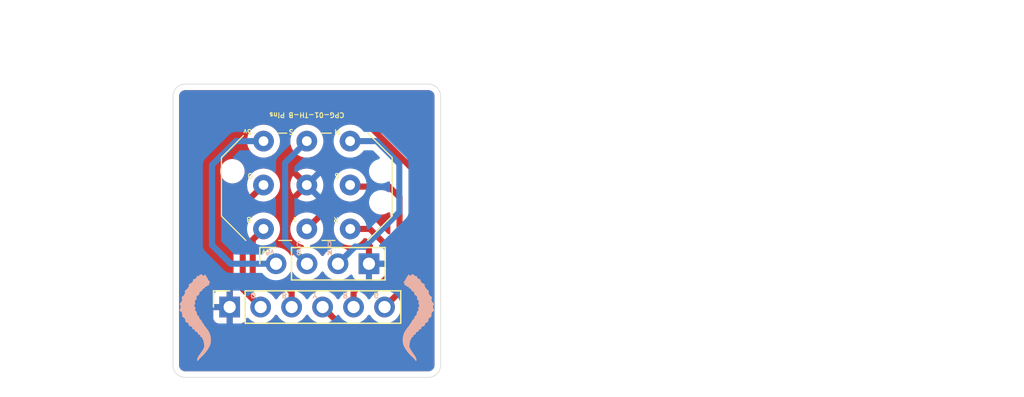
<source format=kicad_pcb>
(kicad_pcb (version 20240108) (generator "pcbnew") (generator_version "8.0")
  (layers (0 "F.Cu" signal) (31 "B.Cu" signal) (34 "B.Paste" user) (35 "F.Paste" user) (36 "B.SilkS" user "B.Silkscreen") (37 "F.SilkS" user "F.Silkscreen") (38 "B.Mask" user) (39 "F.Mask" user) (44 "Edge.Cuts" user))
  (net 0 "")
  (net 1 "Ylw")
  (net 2 "Red")
  (net 3 "GND")
  (net 4 "Ong")
  (net 5 "Grn")
  (net 6 "Blu")
  (net 7 "5V")
  (net 8 "MOSI_DI")
  (net 9 "SCK_CI")
  (footprint "CustomFootprints:SAMESKY_CPG-01-TH-B" (layer "F.Cu") (at 214.295 73.645)
    (property "Reference" "TP4" (hide yes))
    (property "Value" "TestPoint" (hide yes))
    (pad "1" thru_hole circle (at 0 0) (size 1.7 1.7) (drill 0.8) (layers "*.Cu" "*.Mask") (net 2 "Red"))
  )
  (footprint "CustomFootprints:SAMESKY_CPG-01-TH-B" (layer "F.Cu") (at 207.185 70.045)
    (property "Reference" "TP3" (hide yes))
    (property "Value" "TestPoint" (hide yes))
    (pad "1" thru_hole circle (at 0 0) (size 1.7 1.7) (drill 0.8) (layers "*.Cu" "*.Mask") (net 4 "Ong"))
  )
  (footprint "CustomFootprints:MountingHole_1.0mm" (layer "F.Cu") (at 216.835 71.465)
    (property "Reference" "" (hide yes))
    (property "Value" "MountingHole_1.0mm" (hide yes))
    (pad "" np_thru_hole circle (at 0 0) (size 1 1) (drill 1) (layers "F&B.Cu" "*.Mask"))
  )
  (footprint "Connector_PinSocket_2.54mm:PinSocket_1x04_P2.54mm_Vertical" (layer "F.Cu") (at 208.21 76.5 90)
    (property "Reference" "J2" (hide yes))
    (property "Value" "Conn_01x04_Socket" (hide yes))
    (fp_line (start 1.33 -1.33) (end 1.33 0) (stroke (width 0.12)) (layer "F.SilkS"))
    (fp_line (start 0 -1.33) (end 1.33 -1.33) (stroke (width 0.12)) (layer "F.SilkS"))
    (fp_line (start 1.33 1.27) (end 1.33 8.95) (stroke (width 0.12)) (layer "F.SilkS"))
    (fp_line (start -1.33 1.27) (end 1.33 1.27) (stroke (width 0.12)) (layer "F.SilkS"))
    (fp_line (start -1.33 1.27) (end -1.33 8.95) (stroke (width 0.12)) (layer "F.SilkS"))
    (fp_line (start -1.33 8.95) (end 1.33 8.95) (stroke (width 0.12)) (layer "F.SilkS"))
    (pad "1" thru_hole circle (at 0 0 90) (size 1.7 1.7) (drill 1) (layers "*.Cu" "*.Mask") (net 7 "5V"))
    (pad "2" thru_hole oval (at 0 2.54 90) (size 1.7 1.7) (drill 1) (layers "*.Cu" "*.Mask") (net 9 "SCK_CI"))
    (pad "3" thru_hole oval (at 0 5.08 90) (size 1.7 1.7) (drill 1) (layers "*.Cu" "*.Mask") (net 8 "MOSI_DI"))
    (pad "4" thru_hole rect (at 0 7.62 90) (size 1.7 1.7) (drill 1) (layers "*.Cu" "*.Mask") (net 3 "GND"))
  )
  (footprint "CustomFootprints:SAMESKY_CPG-01-TH-B" (layer "F.Cu") (at 210.735 70.045)
    (property "Reference" "TP2" (hide yes))
    (property "Value" "TestPoint_Alt" (hide yes))
    (pad "1" thru_hole circle (at 0 0) (size 1.7 1.7) (drill 0.8) (layers "*.Cu" "*.Mask") (net 3 "GND"))
  )
  (footprint "CustomFootprints:SAMESKY_CPG-01-TH-B" (layer "F.Cu") (at 210.735 66.445)
    (property "Reference" "TP8" (hide yes))
    (property "Value" "TestPoint" (hide yes))
    (pad "1" thru_hole circle (at 0 0) (size 1.7 1.7) (drill 0.8) (layers "*.Cu" "*.Mask") (net 9 "SCK_CI"))
  )
  (footprint "Connector_PinSocket_2.54mm:PinSocket_1x06_P2.54mm_Vertical" (layer "F.Cu") (at 204.41 80.05 90)
    (property "Reference" "J1" (hide yes))
    (property "Value" "Conn_01x06_Socket" (hide yes))
    (fp_line (start 1.33 -1.33) (end 1.33 0) (stroke (width 0.12)) (layer "F.SilkS"))
    (fp_line (start 0 -1.33) (end 1.33 -1.33) (stroke (width 0.12)) (layer "F.SilkS"))
    (fp_line (start 1.33 1.27) (end 1.33 14.03) (stroke (width 0.12)) (layer "F.SilkS"))
    (fp_line (start -1.33 1.27) (end 1.33 1.27) (stroke (width 0.12)) (layer "F.SilkS"))
    (fp_line (start -1.33 1.27) (end -1.33 14.03) (stroke (width 0.12)) (layer "F.SilkS"))
    (fp_line (start -1.33 14.03) (end 1.33 14.03) (stroke (width 0.12)) (layer "F.SilkS"))
    (pad "1" thru_hole rect (at 0 0 90) (size 1.7 1.7) (drill 1) (layers "*.Cu" "*.Mask") (net 3 "GND"))
    (pad "2" thru_hole oval (at 0 2.54 90) (size 1.7 1.7) (drill 1) (layers "*.Cu" "*.Mask") (net 4 "Ong"))
    (pad "3" thru_hole oval (at 0 5.08 90) (size 1.7 1.7) (drill 1) (layers "*.Cu" "*.Mask") (net 6 "Blu"))
    (pad "4" thru_hole oval (at 0 7.62 90) (size 1.7 1.7) (drill 1) (layers "*.Cu" "*.Mask") (net 1 "Ylw"))
    (pad "5" thru_hole oval (at 0 10.16 90) (size 1.7 1.7) (drill 1) (layers "*.Cu" "*.Mask") (net 2 "Red"))
    (pad "6" thru_hole oval (at 0 12.7 90) (size 1.7 1.7) (drill 1) (layers "*.Cu" "*.Mask") (net 5 "Grn"))
  )
  (footprint "CustomFootprints:SAMESKY_CPG-01-TH-B" (layer "F.Cu") (at 214.285 70.045)
    (property "Reference" "TP1" (hide yes))
    (property "Value" "TestPoint" (hide yes))
    (pad "1" thru_hole circle (at 0 0) (size 1.7 1.7) (drill 0.8) (layers "*.Cu" "*.Mask") (net 5 "Grn"))
  )
  (footprint "CustomFootprints:SAMESKY_CPG-01-TH-B" (layer "F.Cu") (at 207.185 66.445)
    (property "Reference" "TP7" (hide yes))
    (property "Value" "TestPoint" (hide yes))
    (pad "1" thru_hole circle (at 0 0) (size 1.7 1.7) (drill 0.8) (layers "*.Cu" "*.Mask") (net 7 "5V"))
  )
  (footprint "CustomFootprints:SAMESKY_CPG-01-TH-B" (layer "F.Cu") (at 214.285 66.445)
    (property "Reference" "TP9" (hide yes))
    (property "Value" "TestPoint" (hide yes))
    (pad "1" thru_hole circle (at 0 0) (size 1.7 1.7) (drill 0.8) (layers "*.Cu" "*.Mask") (net 8 "MOSI_DI"))
  )
  (footprint "CustomFootprints:SAMESKY_CPG-01-TH-B" (layer "F.Cu") (at 207.185 73.645)
    (property "Reference" "TP6" (hide yes))
    (property "Value" "TestPoint" (hide yes))
    (pad "1" thru_hole circle (at 0 0) (size 1.7 1.7) (drill 0.8) (layers "*.Cu" "*.Mask") (net 6 "Blu"))
  )
  (footprint "CustomFootprints:MountingHole_1.0mm" (layer "F.Cu") (at 204.635 68.915)
    (property "Reference" "" (hide yes))
    (property "Value" "MountingHole_1.0mm" (hide yes))
    (pad "" np_thru_hole circle (at 0 0) (size 1 1) (drill 1) (layers "F&B.Cu" "*.Mask"))
  )
  (footprint "CustomFootprints:MountingHole_1.0mm" (layer "F.Cu") (at 216.835 68.915)
    (property "Reference" "" (hide yes))
    (property "Value" "MountingHole_1.0mm" (hide yes))
    (pad "" np_thru_hole circle (at 0 0) (size 1 1) (drill 1) (layers "F&B.Cu" "*.Mask"))
  )
  (footprint "CustomFootprints:SAMESKY_CPG-01-TH-B" (layer "F.Cu") (at 210.735 73.645)
    (property "Reference" "TP5" (hide yes))
    (property "Value" "TestPoint" (hide yes))
    (pad "1" thru_hole circle (at 0 0) (size 1.7 1.7) (drill 0.8) (layers "*.Cu" "*.Mask") (net 1 "Ylw"))
  )
  (footprint "LOGO" (layer "B.Cu") (at 201.61583 80.897396)
    (property "Reference" "G***" (hide yes))
    (property "Value" "LOGO" (hide yes))
    (fp_poly (pts (xy 0.17585 3.570017) (xy 0.19195 3.557491) (xy 0.213822 3.534837) (xy 0.242828 3.500602) (xy 0.28033 3.45333) (xy 0.296195 3.43281) (xy 0.321791 3.402413) (xy 0.357533 3.3639) (xy 0.399741 3.321043) (xy 0.444734 3.277611) (xy 0.474535 3.25013) (xy 0.622523 3.107763) (xy 0.760723 2.957151) (xy 0.887249 2.800691) (xy 1.000213 2.640777) (xy 1.097727 2.479805) (xy 1.131907 2.415808) (xy 1.175531 2.322135) (xy 1.209169 2.229159) (xy 1.233579 2.133242) (xy 1.249521 2.030746) (xy 1.257751 1.918032) (xy 1.259196 1.805169) (xy 1.258165 1.750502) (xy 1.255805 1.702882) (xy 1.251464 1.65877) (xy 1.244491 1.61463) (xy 1.234236 1.566927) (xy 1.220046 1.512124) (xy 1.201271 1.446684) (xy 1.180447 1.377517) (xy 1.159567 1.320222) (xy 1.129743 1.253544) (xy 1.093551 1.182233) (xy 1.053563 1.111042) (xy 1.012353 1.044724) (xy 0.972495 0.98803) (xy 0.962725 0.97552) (xy 0.938065 0.943964) (xy 0.915931 0.914235) (xy 0.900457 0.891914) (xy 0.898573 0.888909) (xy 0.864226 0.837833) (xy 0.820448 0.780909) (xy 0.77182 0.72396) (xy 0.750984 0.701362) (xy 0.719485 0.665858) (xy 0.699868 0.637762) (xy 0.689633 0.613275) (xy 0.687939 0.605634) (xy 0.673579 0.558093) (xy 0.650281 0.518906) (xy 0.620819 0.492498) (xy 0.615025 0.489418) (xy 0.587741 0.468617) (xy 0.566443 0.433617) (xy 0.566061 0.432757) (xy 0.550121 0.401608) (xy 0.532043 0.373031) (xy 0.525548 0.364586) (xy 0.5089 0.337226) (xy 0.498042 0.305922) (xy 0.49764 0.303792) (xy 0.482343 0.252692) (xy 0.457068 0.215081) (xy 0.428745 0.194982) (xy 0.40286 0.180256) (xy 0.377424 0.161431) (xy 0.357189 0.142545) (xy 0.346906 0.127634) (xy 0.346446 0.125061) (xy 0.341579 0.112629) (xy 0.329693 0.093283) (xy 0.328031 0.090915) (xy 0.315999 0.067277) (xy 0.304898 0.034383) (xy 0.299648 0.012013) (xy 0.290197 -0.031652) (xy 0.279034 -0.062832) (xy 0.262741 -0.087196) (xy 0.237901 -0.110413) (xy 0.215466 -0.127638) (xy 0.180429 -0.156374) (xy 0.155023 -0.185615) (xy 0.132635 -0.223238) (xy 0.128622 -0.231096) (xy 0.113123 -0.263673) (xy 0.103686 -0.29025) (xy 0.098767 -0.317768) (xy 0.096821 -0.353164) (xy 0.096485 -0.375498) (xy 0.095755 -0.414968) (xy 0.093764 -0.440513) (xy 0.089489 -0.456442) (xy 0.081904 -0.467061) (xy 0.072936 -0.474502) (xy 0.038945 -0.500452) (xy 0.016146 -0.519793) (xy 0.000765 -0.53634) (xy -0.010967 -0.553904) (xy -0.017539 -0.565968) (xy -0.031235 -0.598908) (xy -0.040788 -0.633766) (xy -0.042023 -0.641305) (xy -0.043028 -0.67044) (xy -0.034799 -0.693862) (xy -0.0235 -0.710619) (xy -0.003567 -0.747835) (xy -0.001635 -0.782345) (xy -0.017716 -0.814411) (xy -0.028184 -0.825663) (xy -0.06632 -0.867256) (xy -0.090099 -0.907188) (xy -0.101403 -0.944758) (xy -0.104584 -0.979138) (xy -0.098571 -1.009203) (xy -0.081477 -1.040137) (xy -0.05451 -1.073631) (xy -0.027633 -1.111504) (xy -0.017264 -1.144777) (xy -0.023496 -1.172559) (xy -0.042125 -1.191328) (xy -0.05477 -1.200851) (xy -0.06148 -1.211819) (xy -0.063556 -1.229377) (xy -0.062301 -1.258669) (xy -0.061625 -1.268351) (xy -0.053913 -1.315629) (xy -0.038997 -1.359117) (xy -0.01896 -1.394508) (xy 0.004117 -1.417497) (xy 0.012625 -1.421855) (xy 0.0309 -1.433312) (xy 0.05315 -1.453143) (xy 0.062104 -1.46272) (xy 0.083478 -1.494628) (xy 0.090821 -1.5283) (xy 0.084634 -1.568223) (xy 0.076527 -1.592185) (xy 0.068323 -1.61674) (xy 0.066675 -1.636174) (xy 0.071628 -1.659215) (xy 0.076954 -1.675904) (xy 0.093471 -1.710204) (xy 0.11863 -1.744839) (xy 0.148603 -1.776034) (xy 0.179562 -1.800016) (xy 0.207678 -1.81301) (xy 0.217318 -1.814286) (xy 0.24185 -1.820182) (xy 0.266403 -1.839772) (xy 0.272566 -1.846512) (xy 0.290889 -1.870631) (xy 0.300003 -1.894055) (xy 0.302076 -1.924192) (xy 0.301144 -1.94417) (xy 0.304515 -1.969799) (xy 0.315773 -2.002402) (xy 0.332527 -2.037806) (xy 0.352392 -2.071838) (xy 0.372978 -2.100326) (xy 0.391898 -2.119098) (xy 0.404238 -2.124315) (xy 0.435094 -2.129613) (xy 0.470888 -2.142856) (xy 0.502457 -2.160426) (xy 0.50958 -2.165872) (xy 0.534999 -2.198845) (xy 0.544866 -2.227651) (xy 0.555239 -2.256476) (xy 0.573292 -2.289341) (xy 0.59553 -2.321351) (xy 0.61846 -2.347606) (xy 0.638588 -2.363208) (xy 0.642749 -2.364864) (xy 0.665184 -2.368769) (xy 0.689963 -2.370299) (xy 0.721802 -2.377397) (xy 0.741296 -2.397782) (xy 0.747595 -2.428922) (xy 0.752624 -2.455479) (xy 0.763714 -2.473355) (xy 0.786605 -2.489115) (xy 0.818133 -2.505068) (xy 0.850994 -2.518036) (xy 0.877887 -2.524844) (xy 0.882943 -2.525213) (xy 0.904517 -2.530425) (xy 0.928238 -2.542943) (xy 0.947867 -2.558609) (xy 0.957162 -2.573262) (xy 0.957286 -2.574764) (xy 0.965822 -2.59374) (xy 0.989109 -2.610384) (xy 1.023665 -2.622632) (xy 1.044643 -2.626541) (xy 1.087794 -2.637171) (xy 1.114284 -2.654993) (xy 1.124022 -2.679843) (xy 1.116914 -2.711561) (xy 1.105625 -2.73213) (xy 1.097993 -2.748407) (xy 1.100203 -2.764629) (xy 1.107278 -2.77984) (xy 1.128113 -2.806447) (xy 1.155841 -2.824516) (xy 1.184379 -2.830536) (xy 1.192932 -2.829281) (xy 1.208591 -2.82897) (xy 1.212563 -2.834328) (xy 1.206452 -2.844023) (xy 1.203777 -2.844508) (xy 1.1947 -2.852106) (xy 1.17782 -2.873618) (xy 1.154371 -2.907123) (xy 1.125587 -2.950698) (xy 1.092705 -3.002423) (xy 1.056958 -3.060374) (xy 1.019581 -3.122632) (xy 0.98181 -3.187273) (xy 0.967674 -3.211948) (xy 0.939807 -3.26117) (xy 0.915302 -3.305012) (xy 0.895509 -3.341016) (xy 0.881775 -3.366723) (xy 0.875449 -3.379673) (xy 0.875182 -3.380613) (xy 0.869829 -3.390136) (xy 0.855567 -3.410169) (xy 0.835017 -3.437097) (xy 0.825039 -3.449724) (xy 0.802587 -3.478695) (xy 0.785339 -3.502556) (xy 0.775928 -3.517594) (xy 0.774946 -3.520381) (xy 0.770438 -3.52866) (xy 0.76043 -3.524859) (xy 0.750194 -3.51161) (xy 0.748179 -3.507028) (xy 0.737108 -3.488907) (xy 0.7174 -3.465298) (xy 0.702397 -3.450047) (xy 0.675975 -3.427853) (xy 0.655251 -3.418104) (xy 0.640048 -3.417529) (xy 0.606831 -3.42618) (xy 0.583274 -3.444679) (xy 0.566016 -3.47209) (xy 0.544584 -3.501833) (xy 0.518271 -3.520768) (xy 0.491124 -3.527199) (xy 0.467191 -3.519435) (xy 0.462508 -3.515405) (xy 0.450112 -3.508009) (xy 0.430953 -3.507442) (xy 0.406798 -3.511661) (xy 0.369725 -3.515011) (xy 0.340957 -3.505712) (xy 0.317174 -3.481823) (xy 0.298209 -3.448196) (xy 0.274588 -3.410646) (xy 0.246369 -3.390073) (xy 0.21143 -3.38539) (xy 0.184902 -3.390137) (xy 0.15782 -3.396622) (xy 0.136889 -3.400318) (xy 0.132395 -3.400646) (xy 0.117311 -3.392918) (xy 0.100815 -3.373795) (xy 0.08666 -3.349368) (xy 0.078599 -3.325729) (xy 0.078514 -3.31322) (xy 0.078058 -3.300521) (xy 0.069874 -3.283347) (xy 0.052277 -3.259062) (xy 0.023584 -3.225026) (xy 0.01849 -3.219224) (xy -0.010596 -3.186605) (xy -0.031245 -3.165351) (xy -0.046944 -3.153032) (xy -0.061178 -3.147216) (xy -0.077433 -3.145474) (xy -0.087407 -3.14537) (xy -0.140343 -3.139333) (xy -0.179618 -3.121249) (xy -0.205191 -3.091156) (xy -0.21702 -3.049094) (xy -0.217731 -3.022654) (xy -0.217683 -2.996689) (xy -0.221172 -2.9749) (xy -0.23011 -2.953842) (xy -0.246406 -2.930069) (xy -0.271969 -2.900137) (xy -0.30592 -2.863553) (xy -0.338731 -2.830542) (xy -0.364207 -2.809586) (xy -0.38585 -2.798074) (xy -0.398545 -2.7946) (xy -0.452135 -2.778049) (xy -0.497743 -2.751281) (xy -0.531004 -2.717036) (xy -0.536736 -2.707882) (xy -0.549804 -2.680213) (xy -0.554924 -2.653728) (xy -0.553927 -2.621141) (xy 0.528787 -2.621141) (xy 0.533345 -2.6257) (xy 0.537904 -2.621141) (xy 0.533345 -2.616583) (xy 0.528787 -2.621141) (xy -0.553927 -2.621141) (xy -0.553865 -2.619105) (xy -0.553771 -2.618016) (xy -0.552299 -2.592351) (xy -0.554112 -2.571469) (xy -0.560772 -2.550021) (xy -0.573841 -2.522661) (xy -0.590694 -2.491594) (xy -0.637954 -2.413646) (xy -0.684951 -2.351806) (xy -0.733366 -2.304052) (xy -0.767653 -2.278789) (xy -0.823338 -2.235148) (xy -0.862 -2.186872) (xy -0.883931 -2.135058) (xy -0.889619 -2.108041) (xy -0.88777 -2.088956) (xy -0.877405 -2.068721) (xy -0.876655 -2.067532) (xy -0.868962 -2.053213) (xy -0.865408 -2.03847) (xy -0.866722 -2.020514) (xy -0.873633 -1.996554) (xy -0.886867 -1.9638) (xy -0.907152 -1.919464) (xy -0.925139 -1.881705) (xy -0.945403 -1.840889) (xy -0.962629 -1.811957) (xy -0.98111 -1.790095) (xy -1.005138 -1.77049) (xy -1.039006 -1.748331) (xy -1.050361 -1.741306) (xy -1.095806 -1.706208) (xy -1.127926 -1.666397) (xy -1.145935 -1.624342) (xy -1.149047 -1.582512) (xy -1.136476 -1.543374) (xy -1.120375 -1.521452) (xy -1.092006 -1.491083) (xy -1.107604 -1.440714) (xy -1.129938 -1.372749) (xy -1.150844 -1.319279) (xy -1.172113 -1.276853) (xy -1.195538 -1.242016) (xy -1.222911 -1.211318) (xy -1.23052 -1.203942) (xy -1.269147 -1.162678) (xy -1.29194 -1.125432) (xy -1.299847 -1.089086) (xy -1.293815 -1.050524) (xy -1.28448 -1.026307) (xy -1.269065 -0.995818) (xy -1.252785 -0.969168) (xy -1.244941 -0.958831) (xy -1.235291 -0.944839) (xy -1.229583 -0.926761) (xy -1.226878 -0.899777) (xy -1.226238 -0.862599) (xy -1.226702 -0.828262) (xy -1.229095 -0.801841) (xy -1.234924 -0.777805) (xy -1.245695 -0.750622) (xy -1.262912 -0.71476) (xy -1.270727 -0.699163) (xy -1.291293 -0.656838) (xy -1.303987 -0.62638) (xy -1.310083 -0.603883) (xy -1.310855 -0.58544) (xy -1.310018 -0.578685) (xy -1.29439 -0.536549) (xy -1.264094 -0.501339) (xy -1.226238 -0.478526) (xy -1.194448 -0.462235) (xy -1.168232 -0.44303) (xy -1.151945 -0.424495) (xy -1.148744 -0.41477) (xy -1.146159 -0.400866) (xy -1.139438 -0.374913) (xy -1.130126 -0.342185) (xy -1.11977 -0.307959) (xy -1.109919 -0.277511) (xy -1.102463 -0.256954) (xy -1.098609 -0.231834) (xy -1.100968 -0.193214) (xy -1.103184 -0.177624) (xy -1.107724 -0.141201) (xy -1.107005 -0.114583) (xy -1.100565 -0.089983) (xy -1.097519 -0.08201) (xy -1.082053 -0.055912) (xy -1.058108 -0.028634) (xy -1.030428 -0.004388) (xy -1.003761 0.012612) (xy -0.984602 0.018234) (xy -0.965303 0.025597) (xy -0.940977 0.045139) (xy -0.915343 0.07304) (xy -0.892122 0.105479) (xy -0.881707 0.123909) (xy -0.856909 0.178768) (xy -0.844061 0.222527) (xy -0.84264 0.257386) (xy -0.846265 0.272791) (xy -0.851068 0.293761) (xy -0.847825 0.3138) (xy -0.835944 0.33974) (xy -0.812967 0.371737) (xy -0.780156 0.395785) (xy -0.734092 0.414092) (xy -0.711127 0.420317) (xy -0.669566 0.439178) (xy -0.630552 0.472833) (xy -0.596579 0.517843) (xy -0.570138 0.570767) (xy -0.553721 0.628167) (xy -0.551814 0.640218) (xy -0.5395 0.680362) (xy -0.51458 0.707708) (xy -0.476023 0.723279) (xy -0.466322 0.725112) (xy -0.417465 0.733547) (xy -0.382302 0.741807) (xy -0.356425 0.751903) (xy -0.335425 0.765844) (xy -0.314894 0.785642) (xy -0.301931 0.800067) (xy -0.279142 0.82687) (xy -0.266685 0.845105) (xy -0.262442 0.859531) (xy -0.264299 0.874903) (xy -0.265908 0.881065) (xy -0.267023 0.915557) (xy -0.25296 0.946337) (xy -0.226774 0.969987) (xy -0.191518 0.983092) (xy -0.173342 0.984637) (xy -0.14216 0.990392) (xy -0.109842 1.005061) (xy -0.08355 1.024756) (xy -0.072619 1.03934) (xy -0.050642 1.089492) (xy -0.038649 1.127654) (xy -0.036468 1.14496) (xy -0.032086 1.162659) (xy -0.016049 1.175813) (xy -0.003014 1.181886) (xy 0.024984 1.19) (xy 0.050508 1.191852) (xy 0.05387 1.191385) (xy 0.077322 1.19088) (xy 0.10114 1.200106) (xy 0.129343 1.221061) (xy 0.148151 1.238284) (xy 0.168864 1.260123) (xy 0.178968 1.279292) (xy 0.182166 1.304415) (xy 0.18234 1.317927) (xy 0.188294 1.358892) (xy 0.204735 1.390257) (xy 0.229537 1.409051) (xy 0.250575 1.413137) (xy 0.292032 1.42046) (xy 0.329517 1.440154) (xy 0.359285 1.468811) (xy 0.377595 1.50302) (xy 0.381461 1.532339) (xy 0.386504 1.568978) (xy 0.406308 1.59496) (xy 0.440492 1.609784) (xy 0.440542 1.609795) (xy 0.466435 1.61756) (xy 0.48556 1.626267) (xy 0.504649 1.645015) (xy 0.52423 1.675296) (xy 0.54086 1.71084) (xy 0.551093 1.745376) (xy 0.55115 1.745688) (xy 0.563703 1.780032) (xy 0.586349 1.813572) (xy 0.588029 1.815466) (xy 0.606287 1.839554) (xy 0.6196 1.868029) (xy 0.6306 1.906951) (xy 0.633621 1.920532) (xy 0.644409 1.966909) (xy 0.657863 2.019163) (xy 0.670786 2.065004) (xy 0.687003 2.135668) (xy 0.691992 2.197886) (xy 0.693395 2.236988) (xy 0.697707 2.275611) (xy 0.702229 2.298173) (xy 0.707678 2.34843) (xy 0.699447 2.408682) (xy 0.677428 2.479223) (xy 0.641509 2.560347) (xy 0.591582 2.652349) (xy 0.537829 2.739663) (xy 0.517207 2.771334) (xy 0.496115 2.802916) (xy 0.472983 2.83663) (xy 0.446243 2.874697) (xy 0.414325 2.919335) (xy 0.375659 2.972766) (xy 0.328676 3.037209) (xy 0.29402 3.084573) (xy 0.233597 3.174886) (xy 0.185563 3.263361) (xy 0.150769 3.347997) (xy 0.130065 3.426794) (xy 0.124233 3.483566) (xy 0.126357 3.528383) (xy 0.135153 3.557323) (xy 0.151202 3.571694) (xy 0.164162 3.573869)) (fill solid) (layer "B.SilkS"))
  )
  (footprint "LOGO" (layer "B.Cu") (at 219.854131 80.897432)
    (property "Reference" "G***" (hide yes))
    (property "Value" "LOGO" (hide yes))
    (fp_poly (pts (xy -0.14361 3.567403) (xy -0.130647 3.547132) (xy -0.124696 3.511748) (xy -0.124233 3.483566) (xy -0.133211 3.410791) (xy -0.156951 3.330598) (xy -0.194603 3.244988) (xy -0.245316 3.15596) (xy -0.29402 3.084573) (xy -0.347062 3.012033) (xy -0.390796 2.951908) (xy -0.426792 2.901976) (xy -0.456619 2.860018) (xy -0.481847 2.823814) (xy -0.504044 2.791144) (xy -0.52478 2.759788) (xy -0.537829 2.739663) (xy -0.599795 2.638147) (xy -0.647658 2.547761) (xy -0.681529 2.468209) (xy -0.701517 2.399198) (xy -0.707732 2.340432) (xy -0.702229 2.298173) (xy -0.696413 2.266556) (xy -0.692731 2.226864) (xy -0.691992 2.197886) (xy -0.686656 2.133496) (xy -0.670786 2.065004) (xy -0.657581 2.018112) (xy -0.644151 1.965863) (xy -0.633621 1.920532) (xy -0.622797 1.877603) (xy -0.610396 1.846817) (xy -0.593786 1.822112) (xy -0.58803 1.815466) (xy -0.56492 1.782333) (xy -0.55155 1.747729) (xy -0.55115 1.745688) (xy -0.540996 1.711192) (xy -0.524413 1.675628) (xy -0.504844 1.645265) (xy -0.485734 1.626374) (xy -0.48556 1.626267) (xy -0.464508 1.616854) (xy -0.440542 1.609795) (xy -0.406341 1.594986) (xy -0.386519 1.569016) (xy -0.381458 1.53239) (xy -0.381461 1.532339) (xy -0.375125 1.496135) (xy -0.354309 1.462733) (xy -0.322757 1.435543) (xy -0.284213 1.417974) (xy -0.250575 1.413137) (xy -0.221217 1.40483) (xy -0.198738 1.381889) (xy -0.185269 1.347283) (xy -0.18234 1.317927) (xy -0.180855 1.288057) (xy -0.173932 1.26756) (xy -0.157867 1.247811) (xy -0.148151 1.238284) (xy -0.115829 1.210035) (xy -0.0901 1.194614) (xy -0.066945 1.190023) (xy -0.05387 1.191385) (xy -0.029979 1.190835) (xy -0.001576 1.183681) (xy 0.003014 1.181886) (xy 0.026146 1.169215) (xy 0.035554 1.154283) (xy 0.036468 1.14496) (xy 0.04182 1.115267) (xy 0.057506 1.072559) (xy 0.072618 1.03934) (xy 0.090507 1.018445) (xy 0.119398 0.999871) (xy 0.152129 0.987511) (xy 0.173342 0.984637) (xy 0.211708 0.97745) (xy 0.24239 0.958164) (xy 0.262336 0.930197) (xy 0.268491 0.896967) (xy 0.265908 0.881065) (xy 0.262488 0.864318) (xy 0.264461 0.850106) (xy 0.273943 0.83367) (xy 0.29305 0.810254) (xy 0.301931 0.800067) (xy 0.32413 0.776103) (xy 0.344324 0.759123) (xy 0.366921 0.747117) (xy 0.396331 0.738074) (xy 0.436961 0.729985) (xy 0.466322 0.725112) (xy 0.507807 0.711833) (xy 0.535444 0.686989) (xy 0.550263 0.649558) (xy 0.551814 0.640218) (xy 0.565859 0.582325) (xy 0.590441 0.528199) (xy 0.623069 0.48128) (xy 0.661248 0.445007) (xy 0.702489 0.422821) (xy 0.711127 0.420317) (xy 0.763465 0.403693) (xy 0.801181 0.382212) (xy 0.827692 0.353668) (xy 0.835944 0.33974) (xy 0.848106 0.31297) (xy 0.851025 0.293042) (xy 0.846265 0.272791) (xy 0.841926 0.241706) (xy 0.84874 0.202869) (xy 0.867231 0.154083) (xy 0.881707 0.123909) (xy 0.902009 0.090601) (xy 0.926773 0.059726) (xy 0.95228 0.035105) (xy 0.974809 0.020557) (xy 0.984602 0.018234) (xy 1.006324 0.011317) (xy 1.033316 -0.006624) (xy 1.06083 -0.031377) (xy 1.08412 -0.058729) (xy 1.097519 -0.08201) (xy 1.105727 -0.107497) (xy 1.108079 -0.132715) (xy 1.105036 -0.16545) (xy 1.103184 -0.177624) (xy 1.098716 -0.220013) (xy 1.10045 -0.250139) (xy 1.102463 -0.256954) (xy 1.110414 -0.278974) (xy 1.120332 -0.309762) (xy 1.13067 -0.344042) (xy 1.139882 -0.376538) (xy 1.146419 -0.401975) (xy 1.148744 -0.41477) (xy 1.156533 -0.431041) (xy 1.176998 -0.450242) (xy 1.205782 -0.468787) (xy 1.226238 -0.478526) (xy 1.267069 -0.503887) (xy 1.296281 -0.539819) (xy 1.310018 -0.578685) (xy 1.310934 -0.596612) (xy 1.307011 -0.61711) (xy 1.296972 -0.644084) (xy 1.279546 -0.681441) (xy 1.270727 -0.699163) (xy 1.250901 -0.739361) (xy 1.238049 -0.768947) (xy 1.230664 -0.793455) (xy 1.227241 -0.818413) (xy 1.226275 -0.849355) (xy 1.226238 -0.862599) (xy 1.226994 -0.902146) (xy 1.229885 -0.928319) (xy 1.235849 -0.945937) (xy 1.244941 -0.958831) (xy 1.259519 -0.979527) (xy 1.276026 -1.00883) (xy 1.28448 -1.026307) (xy 1.298048 -1.067534) (xy 1.298218 -1.104763) (xy 1.284043 -1.141113) (xy 1.254575 -1.179701) (xy 1.23052 -1.203942) (xy 1.201891 -1.234148) (xy 1.177654 -1.267636) (xy 1.156017 -1.307858) (xy 1.135188 -1.358266) (xy 1.113375 -1.422313) (xy 1.107604 -1.440714) (xy 1.092006 -1.491083) (xy 1.120375 -1.521452) (xy 1.14311 -1.557665) (xy 1.149673 -1.598109) (xy 1.140849 -1.640314) (xy 1.117424 -1.681812) (xy 1.080185 -1.720135) (xy 1.050361 -1.741306) (xy 1.013111 -1.764975) (xy 0.986855 -1.784794) (xy 0.967303 -1.805575) (xy 0.950161 -1.83213) (xy 0.931138 -1.869273) (xy 0.925139 -1.881705) (xy 0.899698 -1.935408) (xy 0.881798 -1.97565) (xy 0.870712 -2.005221) (xy 0.865712 -2.026911) (xy 0.86607 -2.043509) (xy 0.871057 -2.057806) (xy 0.876655 -2.067532) (xy 0.887466 -2.088058) (xy 0.889712 -2.106987) (xy 0.884373 -2.133399) (xy 0.883931 -2.135058) (xy 0.860838 -2.188795) (xy 0.821548 -2.236876) (xy 0.767653 -2.278789) (xy 0.717334 -2.318187) (xy 0.669565 -2.370308) (xy 0.622667 -2.437174) (xy 0.590694 -2.491594) (xy 0.571113 -2.527934) (xy 0.559238 -2.553918) (xy 0.553508 -2.574894) (xy 0.55236 -2.59621) (xy 0.553771 -2.618016) (xy 0.554967 -2.652974) (xy 0.550029 -2.679552) (xy 0.53719 -2.707072) (xy 0.536736 -2.707882) (xy 0.507139 -2.743532) (xy 0.464133 -2.772372) (xy 0.412084 -2.791661) (xy 0.398545 -2.7946) (xy 0.377518 -2.801668) (xy 0.354777 -2.816605) (xy 0.326817 -2.842021) (xy 0.30592 -2.863553) (xy 0.269971 -2.902356) (xy 0.245074 -2.931779) (xy 0.229319 -2.955269) (xy 0.220797 -2.976269) (xy 0.217598 -2.998226) (xy 0.217731 -3.022654) (xy 0.213028 -3.070892) (xy 0.194559 -3.10718) (xy 0.162366 -3.131481) (xy 0.11649 -3.143754) (xy 0.087407 -3.14537) (xy 0.068834 -3.145988) (xy 0.054025 -3.149463) (xy 0.039495 -3.158227) (xy 0.021756 -3.174709) (xy -0.002675 -3.201342) (xy -0.01849 -3.219224) (xy -0.048903 -3.254865) (xy -0.067979 -3.28038) (xy -0.077402 -3.298407) (xy -0.078857 -3.311583) (xy -0.078514 -3.31322) (xy -0.08029 -3.332848) (xy -0.090712 -3.357402) (xy -0.106027 -3.380793) (xy -0.122479 -3.396927) (xy -0.132395 -3.400646) (xy -0.148979 -3.398392) (xy -0.174769 -3.392737) (xy -0.184902 -3.390137) (xy -0.225188 -3.385333) (xy -0.25741 -3.39573) (xy -0.283692 -3.422417) (xy -0.298209 -3.448196) (xy -0.32036 -3.48616) (xy -0.344646 -3.507868) (xy -0.374387 -3.515261) (xy -0.406798 -3.511661) (xy -0.435557 -3.507031) (xy -0.452919 -3.508919) (xy -0.462508 -3.515405) (xy -0.485111 -3.526721) (xy -0.51187 -3.523446) (xy -0.538739 -3.507274) (xy -0.561671 -3.479898) (xy -0.566016 -3.47209) (xy -0.586091 -3.441465) (xy -0.610592 -3.424546) (xy -0.640048 -3.417529) (xy -0.659635 -3.419332) (xy -0.681219 -3.431647) (xy -0.702397 -3.450047) (xy -0.724951 -3.473776) (xy -0.742226 -3.496197) (xy -0.748179 -3.507028) (xy -0.757627 -3.522269) (xy -0.768195 -3.528733) (xy -0.774609 -3.52379) (xy -0.774946 -3.520381) (xy -0.780293 -3.51014) (xy -0.79458 -3.489521) (xy -0.815174 -3.462238) (xy -0.825039 -3.449724) (xy -0.847463 -3.420962) (xy -0.864714 -3.397562) (xy -0.874167 -3.383138) (xy -0.875183 -3.380613) (xy -0.879515 -3.371116) (xy -0.891582 -3.348268) (xy -0.910035 -3.314527) (xy -0.933524 -3.272354) (xy -0.960702 -3.224208) (xy -0.967674 -3.211948) (xy -1.005273 -3.146906) (xy -1.042944 -3.083521) (xy -1.079453 -3.023715) (xy -1.113565 -2.969409) (xy -1.144044 -2.922525) (xy -1.169656 -2.884985) (xy -1.189166 -2.858711) (xy -1.201339 -2.845624) (xy -1.203777 -2.844508) (xy -1.212144 -2.837428) (xy -1.212563 -2.834328) (xy -1.205266 -2.828115) (xy -1.192932 -2.829281) (xy -1.165461 -2.828005) (xy -1.136793 -2.813521) (xy -1.113013 -2.789342) (xy -1.107278 -2.77984) (xy -1.098348 -2.758646) (xy -1.099468 -2.743413) (xy -1.105625 -2.73213) (xy -1.12215 -2.69666) (xy -1.121777 -2.667967) (xy -1.1046 -2.646213) (xy -1.07071 -2.631561) (xy -1.044643 -2.626541) (xy -1.021739 -2.621141) (xy -0.537904 -2.621141) (xy -0.533345 -2.6257) (xy -0.528787 -2.621141) (xy -0.533345 -2.616583) (xy -0.537904 -2.621141) (xy -1.021739 -2.621141) (xy -1.005655 -2.617349) (xy -0.97615 -2.602703) (xy -0.959609 -2.584666) (xy -0.957286 -2.574764) (xy -0.949662 -2.560515) (xy -0.930951 -2.544751) (xy -0.907392 -2.531631) (xy -0.885227 -2.525316) (xy -0.882943 -2.525213) (xy -0.858761 -2.520499) (xy -0.826736 -2.508809) (xy -0.794169 -2.49332) (xy -0.768363 -2.477208) (xy -0.763714 -2.473355) (xy -0.751829 -2.453288) (xy -0.747595 -2.428922) (xy -0.740723 -2.396643) (xy -0.72068 -2.376812) (xy -0.689963 -2.370299) (xy -0.663103 -2.36853) (xy -0.642749 -2.364864) (xy -0.62386 -2.352669) (xy -0.601301 -2.328605) (xy -0.578564 -2.297568) (xy -0.559145 -2.264458) (xy -0.546537 -2.234171) (xy -0.544866 -2.227651) (xy -0.528202 -2.186945) (xy -0.50958 -2.165872) (xy -0.480985 -2.147717) (xy -0.44548 -2.132832) (xy -0.412228 -2.124832) (xy -0.404238 -2.124315) (xy -0.388374 -2.116331) (xy -0.368931 -2.09529) (xy -0.348299 -2.065364) (xy -0.328863 -2.030725) (xy -0.313014 -1.995547) (xy -0.303138 -1.964001) (xy -0.301144 -1.94417) (xy -0.301787 -1.907874) (xy -0.296477 -1.882008) (xy -0.283046 -1.859164) (xy -0.272566 -1.846512) (xy -0.247316 -1.82337) (xy -0.223212 -1.814578) (xy -0.217318 -1.814286) (xy -0.191425 -1.806775) (xy -0.161149 -1.786757) (xy -0.130319 -1.758009) (xy -0.102764 -1.724303) (xy -0.082312 -1.689415) (xy -0.076954 -1.675904) (xy -0.068479 -1.647401) (xy -0.066629 -1.62714) (xy -0.071358 -1.60639) (xy -0.076527 -1.592185) (xy -0.089357 -1.547399) (xy -0.088909 -1.511131) (xy -0.074683 -1.478894) (xy -0.062104 -1.46272) (xy -0.040371 -1.441134) (xy -0.019504 -1.425355) (xy -0.012625 -1.421855) (xy 0.011028 -1.40429) (xy 0.03238 -1.372798) (xy 0.049348 -1.331685) (xy 0.059849 -1.285256) (xy 0.061625 -1.268351) (xy 0.063505 -1.235351) (xy 0.062376 -1.215362) (xy 0.056938 -1.203238) (xy 0.045887 -1.193837) (xy 0.042125 -1.191328) (xy 0.021587 -1.168961) (xy 0.01773 -1.14034) (xy 0.030463 -1.106356) (xy 0.05451 -1.073631) (xy 0.083399 -1.037357) (xy 0.099482 -1.006697) (xy 0.104644 -0.976468) (xy 0.101403 -0.944758) (xy 0.087994 -0.902511) (xy 0.062698 -0.862619) (xy 0.028184 -0.825663) (xy 0.005464 -0.79443) (xy 0.00076 -0.760852) (xy 0.014062 -0.724664) (xy 0.0235 -0.710619) (xy 0.039065 -0.685272) (xy 0.04358 -0.661002) (xy 0.042023 -0.641305) (xy 0.034244 -0.608167) (xy 0.021179 -0.573427) (xy 0.017539 -0.565968) (xy 0.006196 -0.546088) (xy -0.006622 -0.529421) (xy -0.024688 -0.512155) (xy -0.051772 -0.490477) (xy -0.072936 -0.474502) (xy -0.083847 -0.465031) (xy -0.090641 -0.453643) (xy -0.094345 -0.436028) (xy -0.095981 -0.407881) (xy -0.096485 -0.375498) (xy -0.097538 -0.333703) (xy -0.100806 -0.303191) (xy -0.107836 -0.27702) (xy -0.12017 -0.248251) (xy -0.128622 -0.231096) (xy -0.151156 -0.191247) (xy -0.175576 -0.16113) (xy -0.208494 -0.132866) (xy -0.215466 -0.127638) (xy -0.247722 -0.102115) (xy -0.269202 -0.079143) (xy -0.283324 -0.053051) (xy -0.293504 -0.018172) (xy -0.299648 0.012013) (xy -0.308409 0.046178) (xy -0.320188 0.076888) (xy -0.328031 0.090915) (xy -0.340472 0.110576) (xy -0.346372 0.124208) (xy -0.346447 0.125061) (xy -0.353585 0.138392) (xy -0.371833 0.156681) (xy -0.39644 0.175893) (xy -0.422653 0.19199) (xy -0.428745 0.194982) (xy -0.46168 0.220057) (xy -0.485444 0.259898) (xy -0.49764 0.303792) (xy -0.507792 0.334813) (xy -0.524231 0.362972) (xy -0.525548 0.364586) (xy -0.542756 0.389214) (xy -0.560294 0.420569) (xy -0.566061 0.432757) (xy -0.587273 0.468076) (xy -0.614407 0.489121) (xy -0.615025 0.489418) (xy -0.645308 0.513032) (xy -0.669932 0.550227) (xy -0.686121 0.59658) (xy -0.687939 0.605634) (xy -0.695717 0.629769) (xy -0.712081 0.656306) (xy -0.739532 0.689044) (xy -0.750984 0.701362) (xy -0.800284 0.75658) (xy -0.846665 0.814224) (xy -0.885544 0.868473) (xy -0.898573 0.888909) (xy -0.912273 0.909143) (xy -0.933436 0.937869) (xy -0.957929 0.969507) (xy -0.962725 0.97552) (xy -1.001814 1.028952) (xy -1.042921 1.093237) (xy -1.083472 1.163624) (xy -1.120893 1.235359) (xy -1.15261 1.303691) (xy -1.176049 1.363868) (xy -1.180447 1.377517) (xy -1.203794 1.455238) (xy -1.221983 1.51921) (xy -1.235665 1.572972) (xy -1.245491 1.620059) (xy -1.252113 1.664008) (xy -1.256181 1.708355) (xy -1.258347 1.756637) (xy -1.259196 1.805169) (xy -1.257241 1.930152) (xy -1.248255 2.041652) (xy -1.231481 2.143307) (xy -1.20616 2.238756) (xy -1.171534 2.331636) (xy -1.131907 2.415808) (xy -1.041084 2.576534) (xy -0.934059 2.737157) (xy -0.812719 2.895283) (xy -0.678951 3.048516) (xy -0.534642 3.19446) (xy -0.474535 3.25013) (xy -0.429733 3.291844) (xy -0.385256 3.335503) (xy -0.344784 3.377338) (xy -0.311998 3.413578) (xy -0.296195 3.43281) (xy -0.255297 3.485138) (xy -0.223386 3.523906) (xy -0.199098 3.550568) (xy -0.181074 3.566577) (xy -0.167953 3.573389) (xy -0.164162 3.573869)) (fill solid) (layer "B.SilkS"))
  )
  (gr_line (start 213.04 74.59) (end 211.98 74.59) (stroke (width 0.1)) (layer "F.SilkS"))
  (gr_line (start 205.535 65.99) (end 203.735 67.79) (stroke (width 0.1)) (layer "F.SilkS"))
  (gr_line (start 215.735 74.59) (end 217.735 72.59) (stroke (width 0.1)) (layer "F.SilkS"))
  (gr_line (start 205.735 74.59) (end 203.735 72.59) (stroke (width 0.1)) (layer "F.SilkS"))
  (gr_line (start 217.735 72.59) (end 217.735 67.79) (stroke (width 0.1)) (layer "F.SilkS"))
  (gr_line (start 209.09 65.79) (end 208.43 65.79) (stroke (width 0.1)) (layer "F.SilkS"))
  (gr_line (start 209.49 74.59) (end 208.43 74.59) (stroke (width 0.1)) (layer "F.SilkS"))
  (gr_line (start 203.735 72.59) (end 203.735 67.79) (stroke (width 0.1)) (layer "F.SilkS"))
  (gr_line (start 215.735 65.79) (end 217.735 67.79) (stroke (width 0.1)) (layer "F.SilkS"))
  (gr_line (start 212.74 65.79) (end 211.98 65.79) (stroke (width 0.1)) (layer "F.SilkS"))
  (gr_arc (start 221.71 84.815) (mid 221.417107 85.522107) (end 220.71 85.815) (stroke (width 0.05)) (layer "Edge.Cuts"))
  (gr_line (start 221.71 62.765) (end 221.71 84.815) (stroke (width 0.05)) (layer "Edge.Cuts"))
  (gr_line (start 220.71 85.815) (end 200.76 85.815) (stroke (width 0.05)) (layer "Edge.Cuts"))
  (gr_arc (start 199.76 62.765) (mid 200.052893 62.057893) (end 200.76 61.765) (stroke (width 0.05)) (layer "Edge.Cuts"))
  (gr_arc (start 200.76 85.815) (mid 200.052893 85.522107) (end 199.76 84.815) (stroke (width 0.05)) (layer "Edge.Cuts"))
  (gr_line (start 200.76 61.765) (end 220.71 61.765) (stroke (width 0.05)) (layer "Edge.Cuts"))
  (gr_line (start 199.76 84.815) (end 199.76 62.765) (stroke (width 0.05)) (layer "Edge.Cuts"))
  (gr_arc (start 220.71 61.765) (mid 221.417107 62.057893) (end 221.71 62.765) (stroke (width 0.05)) (layer "Edge.Cuts"))
  (gr_text "C       D" (at 211.33 74.64 180) (layer "B.SilkS") (effects (font (size 0.4 0.4) (thickness 0.08) (bold yes)) (justify bottom mirror)))
  (gr_text "5v      S       M" (at 207.31 75.31 180) (layer "B.SilkS") (effects (font (size 0.4 0.4) (thickness 0.08) (bold yes)) (justify left bottom mirror)))
  (gr_text "O       B       Y       R       G" (at 206.08 78.85 180) (layer "B.SilkS") (effects (font (size 0.4 0.4) (thickness 0.08) (bold yes)) (justify left bottom mirror)))
  (gr_text "M           S          5v" (at 209.49 65.68 180) (layer "F.SilkS") (effects (font (size 0.4 0.4) (thickness 0.08) (bold yes))))
  (gr_text "M       S       5v" (at 209.95 75.31 180) (layer "F.SilkS") (effects (font (size 0.4 0.4) (thickness 0.08) (bold yes)) (justify bottom)))
  (gr_text "CPG-01-TH-B Pins" (at 210.735 64.3 180) (layer "F.SilkS") (effects (font (size 0.4 0.4) (thickness 0.08) (bold yes))))
  (gr_text "G                      O" (at 209.65 69.28 180) (layer "F.SilkS") (effects (font (size 0.4 0.4) (thickness 0.08) (bold yes))))
  (gr_text "R          Y           B" (at 209.56 72.88 180) (layer "F.SilkS") (effects (font (size 0.4 0.4) (thickness 0.08) (bold yes))))
  (gr_text "G       R       Y       B       O" (at 211.37 78.85 180) (layer "F.SilkS") (effects (font (size 0.4 0.4) (thickness 0.08) (bold yes)) (justify bottom)))
  (segment (start 210.735 73.645) (end 212.5 71.88) (width 0.5) (layer "F.Cu") (net 1))
  (segment (start 213.54 64.84) (end 215.51 64.84) (width 0.5) (layer "F.Cu") (net 1))
  (segment (start 219.49 68.82) (end 219.49 80.07) (width 0.5) (layer "F.Cu") (net 1))
  (segment (start 212.5 65.88) (end 213.54 64.84) (width 0.5) (layer "F.Cu") (net 1))
  (segment (start 213.69 81.71) (end 212.03 80.05) (width 0.5) (layer "F.Cu") (net 1))
  (segment (start 219.49 80.07) (end 217.85 81.71) (width 0.5) (layer "F.Cu") (net 1))
  (segment (start 215.51 64.84) (end 219.49 68.82) (width 0.5) (layer "F.Cu") (net 1))
  (segment (start 212.5 71.88) (end 212.5 65.88) (width 0.5) (layer "F.Cu") (net 1))
  (segment (start 217.85 81.71) (end 213.69 81.71) (width 0.5) (layer "F.Cu") (net 1))
  (segment (start 214.57 80.05) (end 214.57 78.8) (width 0.5) (layer "F.Cu") (net 2))
  (segment (start 216.61 78.33) (end 217.53 77.41) (width 0.5) (layer "F.Cu") (net 2))
  (segment (start 217.53 75.27) (end 215.905 73.645) (width 0.5) (layer "F.Cu") (net 2))
  (segment (start 215.905 73.645) (end 214.295 73.645) (width 0.5) (layer "F.Cu") (net 2))
  (segment (start 217.53 77.41) (end 217.53 75.27) (width 0.5) (layer "F.Cu") (net 2))
  (segment (start 215.04 78.33) (end 216.61 78.33) (width 0.5) (layer "F.Cu") (net 2))
  (segment (start 214.57 78.8) (end 215.04 78.33) (width 0.5) (layer "F.Cu") (net 2))
  (segment (start 210.735 70.045) (end 208.91 68.22) (width 0.5) (layer "F.Cu") (net 3))
  (segment (start 203.07 75.61) (end 204.41 76.95) (width 0.5) (layer "F.Cu") (net 3))
  (segment (start 206.12 64.54) (end 203.07 67.59) (width 0.5) (layer "F.Cu") (net 3))
  (segment (start 208.91 65.49) (end 207.96 64.54) (width 0.5) (layer "F.Cu") (net 3))
  (segment (start 204.41 76.95) (end 204.41 80.05) (width 0.5) (layer "F.Cu") (net 3))
  (segment (start 203.07 67.59) (end 203.07 75.61) (width 0.5) (layer "F.Cu") (net 3))
  (segment (start 207.96 64.54) (end 206.12 64.54) (width 0.5) (layer "F.Cu") (net 3))
  (segment (start 208.91 68.22) (end 208.91 65.49) (width 0.5) (layer "F.Cu") (net 3))
  (segment (start 214.33 64.03) (end 215.82 64.03) (width 0.5) (layer "B.Cu") (net 3))
  (segment (start 219.5 74.78) (end 217.78 76.5) (width 0.5) (layer "B.Cu") (net 3))
  (segment (start 219.5 67.71) (end 219.5 74.78) (width 0.5) (layer "B.Cu") (net 3))
  (segment (start 217.78 76.5) (end 215.83 76.5) (width 0.5) (layer "B.Cu") (net 3))
  (segment (start 212.5 65.86) (end 214.33 64.03) (width 0.5) (layer "B.Cu") (net 3))
  (segment (start 212.5 68.28) (end 212.5 65.86) (width 0.5) (layer "B.Cu") (net 3))
  (segment (start 210.735 70.045) (end 212.5 68.28) (width 0.5) (layer "B.Cu") (net 3))
  (segment (start 215.82 64.03) (end 219.5 67.71) (width 0.5) (layer "B.Cu") (net 3))
  (segment (start 205.48 71.75) (end 207.185 70.045) (width 0.5) (layer "F.Cu") (net 4))
  (segment (start 205.48 78.58) (end 205.48 71.75) (width 0.5) (layer "F.Cu") (net 4))
  (segment (start 206.95 80.05) (end 205.48 78.58) (width 0.5) (layer "F.Cu") (net 4))
  (segment (start 217.474119 70.174119) (end 218.34 71.04) (width 0.5) (layer "F.Cu") (net 5))
  (segment (start 214.285 70.045) (end 214.414119 70.174119) (width 0.5) (layer "F.Cu") (net 5))
  (segment (start 214.414119 70.174119) (end 217.474119 70.174119) (width 0.5) (layer "F.Cu") (net 5))
  (segment (start 218.34 71.04) (end 218.34 78.82) (width 0.5) (layer "F.Cu") (net 5))
  (segment (start 218.34 78.82) (end 217.11 80.05) (width 0.5) (layer "F.Cu") (net 5))
  (segment (start 209.49 80.05) (end 209.49 78.83) (width 0.5) (layer "F.Cu") (net 6))
  (segment (start 206.3 77.39) (end 206.3 74.53) (width 0.5) (layer "F.Cu") (net 6))
  (segment (start 208.96 78.3) (end 207.21 78.3) (width 0.5) (layer "F.Cu") (net 6))
  (segment (start 206.3 74.53) (end 207.185 73.645) (width 0.5) (layer "F.Cu") (net 6))
  (segment (start 209.49 78.83) (end 208.96 78.3) (width 0.5) (layer "F.Cu") (net 6))
  (segment (start 207.21 78.3) (end 206.3 77.39) (width 0.5) (layer "F.Cu") (net 6))
  (segment (start 204.49 76.5) (end 208.21 76.5) (width 0.5) (layer "B.Cu") (net 7))
  (segment (start 204.915 66.445) (end 202.96 68.4) (width 0.5) (layer "B.Cu") (net 7))
  (segment (start 202.96 68.4) (end 202.96 74.97) (width 0.5) (layer "B.Cu") (net 7))
  (segment (start 202.96 74.97) (end 204.49 76.5) (width 0.5) (layer "B.Cu") (net 7))
  (segment (start 207.185 66.445) (end 204.915 66.445) (width 0.5) (layer "B.Cu") (net 7))
  (segment (start 218.32 68.3) (end 218.32 72.26) (width 0.5) (layer "B.Cu") (net 8))
  (segment (start 214.285 66.445) (end 216.465 66.445) (width 0.5) (layer "B.Cu") (net 8))
  (segment (start 214.69 75.1) (end 213.29 76.5) (width 0.5) (layer "B.Cu") (net 8))
  (segment (start 216.465 66.445) (end 218.32 68.3) (width 0.5) (layer "B.Cu") (net 8))
  (segment (start 215.48 75.1) (end 214.69 75.1) (width 0.5) (layer "B.Cu") (net 8))
  (segment (start 218.32 72.26) (end 215.48 75.1) (width 0.5) (layer "B.Cu") (net 8))
  (segment (start 208.96 68.22) (end 210.735 66.445) (width 0.5) (layer "B.Cu") (net 9))
  (segment (start 208.96 74.71) (end 208.96 68.22) (width 0.5) (layer "B.Cu") (net 9))
  (segment (start 210.75 76.5) (end 208.96 74.71) (width 0.5) (layer "B.Cu") (net 9))
  (zone (net 3) (net_name "GND") (layer "F.Cu") (connect_pads (clearance 0.5)) (min_thickness 0.25) (fill yes (thermal_gap 0.5) (thermal_bridge_width 0.5))
    (polygon (pts (xy 222.45 86.5) (xy 199.02 86.65) (xy 199.18 61.13) (xy 222.41 61.13)))
  )
  (zone (net 3) (net_name "GND") (layer "B.Cu") (priority 1) (connect_pads (clearance 0.5)) (min_thickness 0.25) (fill yes (thermal_gap 0.5) (thermal_bridge_width 0.5))
    (polygon (pts (xy 223.1 60.67) (xy 198.45 60.63) (xy 198.3 87.34) (xy 223.52 87.41)))
  )
)
</source>
